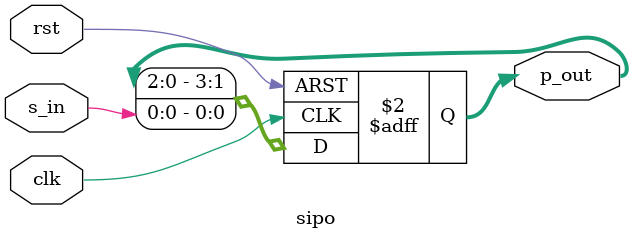
<source format=v>
module sipo(
input clk,rst,
input s_in,
output reg [3:0]p_out
);

always @(posedge clk or posedge rst) begin 
  if(rst) begin
     p_out<=4'b0000;
  end
  else begin
     p_out<={p_out[2:0],s_in};
  end
end
endmodule

</source>
